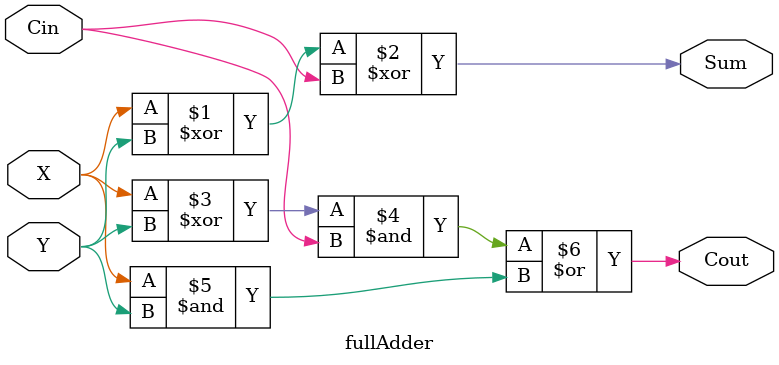
<source format=v>
module fullAdder(X,Y,Cin,Sum,Cout);
input  X,Y,Cin;
output Sum,Cout;
assign Sum = (X^Y) ^ Cin;
assign Cout = ((X^Y) & Cin) | (X&Y);
endmodule
</source>
